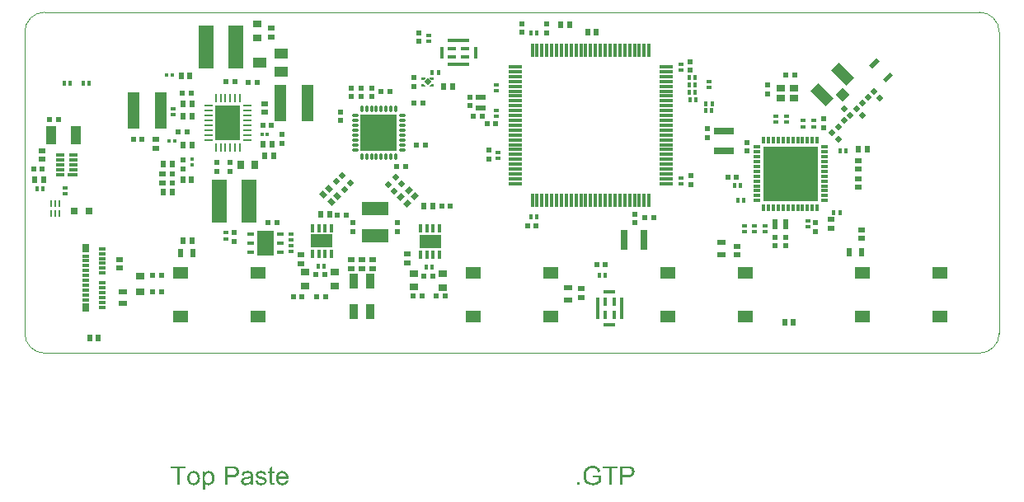
<source format=gtp>
G04*
G04 #@! TF.GenerationSoftware,Altium Limited,Altium Designer,24.2.2 (26)*
G04*
G04 Layer_Color=8421504*
%FSLAX43Y43*%
%MOMM*%
G71*
G04*
G04 #@! TF.SameCoordinates,5DB90D12-C1CB-46FC-8784-53B28312C21E*
G04*
G04*
G04 #@! TF.FilePolarity,Positive*
G04*
G01*
G75*
%ADD10C,0.100*%
%ADD11R,0.800X0.400*%
%ADD12R,1.750X2.500*%
%ADD13R,0.350X0.850*%
%ADD14R,2.200X1.400*%
%ADD15R,0.300X1.475*%
%ADD16R,1.475X0.300*%
%ADD17R,0.500X0.400*%
G04:AMPARAMS|DCode=18|XSize=0.4mm|YSize=1mm|CornerRadius=0mm|HoleSize=0mm|Usage=FLASHONLY|Rotation=315.000|XOffset=0mm|YOffset=0mm|HoleType=Round|Shape=Rectangle|*
%AMROTATEDRECTD18*
4,1,4,-0.495,-0.212,0.212,0.495,0.495,0.212,-0.212,-0.495,-0.495,-0.212,0.0*
%
%ADD18ROTATEDRECTD18*%

G04:AMPARAMS|DCode=19|XSize=0.56mm|YSize=0.51mm|CornerRadius=0mm|HoleSize=0mm|Usage=FLASHONLY|Rotation=225.000|XOffset=0mm|YOffset=0mm|HoleType=Round|Shape=Rectangle|*
%AMROTATEDRECTD19*
4,1,4,0.018,0.378,0.378,0.018,-0.018,-0.378,-0.378,-0.018,0.018,0.378,0.0*
%
%ADD19ROTATEDRECTD19*%

G04:AMPARAMS|DCode=20|XSize=0.7mm|YSize=0.51mm|CornerRadius=0mm|HoleSize=0mm|Usage=FLASHONLY|Rotation=225.000|XOffset=0mm|YOffset=0mm|HoleType=Round|Shape=Rectangle|*
%AMROTATEDRECTD20*
4,1,4,0.067,0.428,0.428,0.067,-0.067,-0.428,-0.428,-0.067,0.067,0.428,0.0*
%
%ADD20ROTATEDRECTD20*%

%ADD21R,0.560X0.510*%
%ADD22R,0.700X0.510*%
%ADD23R,0.510X0.700*%
%ADD24R,0.900X0.700*%
%ADD25R,0.400X0.500*%
%ADD26R,0.640X0.890*%
%ADD27R,0.890X0.640*%
%ADD28R,1.550X1.300*%
%ADD29R,1.400X1.000*%
%ADD30R,0.700X0.300*%
%ADD31R,0.700X0.900*%
%ADD32R,0.510X0.560*%
%ADD33R,0.900X0.550*%
%ADD34R,0.950X0.400*%
%ADD35R,0.350X1.300*%
%ADD36R,2.300X0.350*%
%ADD37R,0.400X0.950*%
%ADD38R,1.300X0.350*%
%ADD39R,0.350X2.300*%
%ADD40R,0.200X0.700*%
%ADD41R,1.000X0.500*%
%ADD42R,2.800X1.350*%
%ADD43R,3.700X3.700*%
%ADD44O,0.750X0.300*%
%ADD45O,0.300X0.750*%
%ADD46R,0.800X2.000*%
G04:AMPARAMS|DCode=47|XSize=0.7mm|YSize=0.51mm|CornerRadius=0mm|HoleSize=0mm|Usage=FLASHONLY|Rotation=135.000|XOffset=0mm|YOffset=0mm|HoleType=Round|Shape=Rectangle|*
%AMROTATEDRECTD47*
4,1,4,0.428,-0.067,0.067,-0.428,-0.428,0.067,-0.067,0.428,0.428,-0.067,0.0*
%
%ADD47ROTATEDRECTD47*%

G04:AMPARAMS|DCode=48|XSize=0.56mm|YSize=0.51mm|CornerRadius=0mm|HoleSize=0mm|Usage=FLASHONLY|Rotation=135.000|XOffset=0mm|YOffset=0mm|HoleType=Round|Shape=Rectangle|*
%AMROTATEDRECTD48*
4,1,4,0.378,-0.018,0.018,-0.378,-0.378,0.018,-0.018,0.378,0.378,-0.018,0.0*
%
%ADD48ROTATEDRECTD48*%

%ADD49R,2.650X3.650*%
%ADD50O,0.250X0.850*%
%ADD51O,0.850X0.250*%
%ADD52R,0.350X0.350*%
%ADD53R,1.200X3.700*%
%ADD54R,0.350X0.350*%
%ADD55R,1.500X4.400*%
%ADD56P,0.735X4X360.0*%
%ADD57R,0.900X1.500*%
%ADD58R,1.000X0.300*%
%ADD59R,0.850X0.300*%
%ADD60R,1.000X1.900*%
%ADD61R,0.300X0.750*%
%ADD62R,0.550X0.900*%
%ADD63P,1.414X4X90.0*%
G04:AMPARAMS|DCode=64|XSize=1.1mm|YSize=2.2mm|CornerRadius=0mm|HoleSize=0mm|Usage=FLASHONLY|Rotation=45.000|XOffset=0mm|YOffset=0mm|HoleType=Round|Shape=Rectangle|*
%AMROTATEDRECTD64*
4,1,4,0.389,-1.167,-1.167,0.389,-0.389,1.167,1.167,-0.389,0.389,-1.167,0.0*
%
%ADD64ROTATEDRECTD64*%

%ADD65R,0.800X0.800*%
%ADD66R,0.800X0.800*%
%ADD67R,0.500X1.000*%
%ADD68R,2.000X0.800*%
%ADD69R,0.950X0.800*%
%ADD70R,0.850X0.750*%
%ADD71R,5.600X5.600*%
%ADD72R,0.750X0.300*%
G36*
X41950Y28058D02*
X41740D01*
X41560Y28237D01*
Y28317D01*
X41950D01*
Y28058D01*
D02*
G37*
G36*
X41140Y28237D02*
X40960Y28058D01*
X40750D01*
Y28317D01*
X41140D01*
Y28237D01*
D02*
G37*
G36*
X41950Y27407D02*
X41560D01*
Y27487D01*
X41740Y27667D01*
X41950D01*
Y27407D01*
D02*
G37*
G36*
X41140Y27487D02*
Y27407D01*
X40750D01*
Y27667D01*
X40960D01*
X41140Y27487D01*
D02*
G37*
G36*
X58362Y-11586D02*
X58385D01*
X58437Y-11592D01*
X58496Y-11600D01*
X58557Y-11614D01*
X58623Y-11631D01*
X58687Y-11653D01*
X58690D01*
X58696Y-11656D01*
X58704Y-11658D01*
X58715Y-11664D01*
X58745Y-11681D01*
X58784Y-11700D01*
X58826Y-11728D01*
X58870Y-11761D01*
X58912Y-11797D01*
X58951Y-11842D01*
X58956Y-11847D01*
X58968Y-11864D01*
X58984Y-11889D01*
X59006Y-11925D01*
X59029Y-11969D01*
X59054Y-12025D01*
X59079Y-12086D01*
X59098Y-12155D01*
X58868Y-12216D01*
Y-12214D01*
X58865Y-12211D01*
X58862Y-12203D01*
X58859Y-12191D01*
X58851Y-12166D01*
X58840Y-12133D01*
X58823Y-12094D01*
X58804Y-12058D01*
X58784Y-12019D01*
X58759Y-11986D01*
X58757Y-11983D01*
X58748Y-11972D01*
X58732Y-11958D01*
X58712Y-11939D01*
X58687Y-11917D01*
X58654Y-11894D01*
X58618Y-11872D01*
X58576Y-11853D01*
X58571Y-11850D01*
X58557Y-11844D01*
X58532Y-11836D01*
X58498Y-11825D01*
X58460Y-11817D01*
X58415Y-11808D01*
X58365Y-11803D01*
X58312Y-11800D01*
X58282D01*
X58268Y-11803D01*
X58251D01*
X58210Y-11806D01*
X58162Y-11814D01*
X58110Y-11822D01*
X58060Y-11836D01*
X58010Y-11856D01*
X58004Y-11858D01*
X57988Y-11864D01*
X57965Y-11878D01*
X57938Y-11892D01*
X57904Y-11914D01*
X57868Y-11936D01*
X57835Y-11964D01*
X57804Y-11994D01*
X57802Y-11997D01*
X57790Y-12008D01*
X57777Y-12028D01*
X57760Y-12050D01*
X57740Y-12078D01*
X57721Y-12111D01*
X57702Y-12147D01*
X57682Y-12186D01*
Y-12189D01*
X57679Y-12194D01*
X57677Y-12203D01*
X57671Y-12216D01*
X57666Y-12233D01*
X57660Y-12253D01*
X57652Y-12275D01*
X57646Y-12300D01*
X57632Y-12358D01*
X57621Y-12425D01*
X57613Y-12494D01*
X57610Y-12572D01*
Y-12575D01*
Y-12583D01*
Y-12597D01*
X57613Y-12613D01*
Y-12636D01*
X57616Y-12663D01*
X57618Y-12691D01*
X57621Y-12722D01*
X57632Y-12791D01*
X57646Y-12863D01*
X57668Y-12935D01*
X57696Y-13005D01*
Y-13008D01*
X57702Y-13013D01*
X57704Y-13022D01*
X57713Y-13033D01*
X57732Y-13063D01*
X57763Y-13102D01*
X57799Y-13144D01*
X57843Y-13185D01*
X57896Y-13224D01*
X57954Y-13260D01*
X57957D01*
X57963Y-13263D01*
X57971Y-13269D01*
X57985Y-13274D01*
X57999Y-13280D01*
X58018Y-13285D01*
X58063Y-13302D01*
X58118Y-13316D01*
X58179Y-13330D01*
X58246Y-13341D01*
X58315Y-13344D01*
X58343D01*
X58360Y-13341D01*
X58376D01*
X58418Y-13335D01*
X58468Y-13330D01*
X58521Y-13319D01*
X58579Y-13302D01*
X58637Y-13283D01*
X58640D01*
X58646Y-13280D01*
X58651Y-13277D01*
X58662Y-13271D01*
X58693Y-13258D01*
X58726Y-13241D01*
X58765Y-13221D01*
X58807Y-13199D01*
X58845Y-13174D01*
X58879Y-13146D01*
Y-12786D01*
X58312D01*
Y-12558D01*
X59129D01*
Y-13271D01*
X59126Y-13274D01*
X59120Y-13277D01*
X59109Y-13285D01*
X59095Y-13296D01*
X59079Y-13307D01*
X59059Y-13321D01*
X59034Y-13338D01*
X59009Y-13355D01*
X58951Y-13391D01*
X58884Y-13430D01*
X58815Y-13466D01*
X58740Y-13496D01*
X58737D01*
X58732Y-13499D01*
X58721Y-13502D01*
X58707Y-13507D01*
X58687Y-13513D01*
X58665Y-13521D01*
X58640Y-13527D01*
X58615Y-13532D01*
X58554Y-13546D01*
X58485Y-13560D01*
X58410Y-13568D01*
X58332Y-13571D01*
X58304D01*
X58285Y-13568D01*
X58260D01*
X58229Y-13566D01*
X58196Y-13560D01*
X58160Y-13557D01*
X58079Y-13541D01*
X57993Y-13521D01*
X57904Y-13491D01*
X57860Y-13474D01*
X57815Y-13452D01*
X57813Y-13449D01*
X57804Y-13446D01*
X57793Y-13438D01*
X57777Y-13430D01*
X57757Y-13416D01*
X57738Y-13402D01*
X57685Y-13363D01*
X57629Y-13313D01*
X57571Y-13252D01*
X57516Y-13183D01*
X57466Y-13102D01*
Y-13099D01*
X57460Y-13091D01*
X57455Y-13080D01*
X57446Y-13060D01*
X57438Y-13041D01*
X57430Y-13013D01*
X57418Y-12985D01*
X57407Y-12952D01*
X57396Y-12916D01*
X57385Y-12874D01*
X57377Y-12833D01*
X57368Y-12788D01*
X57355Y-12691D01*
X57349Y-12588D01*
Y-12586D01*
Y-12575D01*
Y-12561D01*
X57352Y-12541D01*
Y-12516D01*
X57355Y-12486D01*
X57360Y-12455D01*
X57363Y-12419D01*
X57371Y-12380D01*
X57377Y-12339D01*
X57399Y-12250D01*
X57427Y-12158D01*
X57466Y-12067D01*
X57468Y-12064D01*
X57471Y-12055D01*
X57477Y-12044D01*
X57488Y-12028D01*
X57499Y-12005D01*
X57513Y-11983D01*
X57552Y-11930D01*
X57599Y-11869D01*
X57657Y-11811D01*
X57724Y-11753D01*
X57763Y-11728D01*
X57802Y-11703D01*
X57804Y-11700D01*
X57813Y-11697D01*
X57824Y-11692D01*
X57840Y-11683D01*
X57863Y-11675D01*
X57888Y-11664D01*
X57915Y-11653D01*
X57949Y-11642D01*
X57985Y-11631D01*
X58024Y-11622D01*
X58065Y-11611D01*
X58110Y-11603D01*
X58207Y-11589D01*
X58257Y-11583D01*
X58346D01*
X58362Y-11586D01*
D02*
G37*
G36*
X18904Y-12118D02*
X18919D01*
X18939Y-12121D01*
X18982Y-12128D01*
X19029Y-12138D01*
X19084Y-12156D01*
X19137Y-12178D01*
X19189Y-12208D01*
X19192D01*
X19194Y-12213D01*
X19202Y-12218D01*
X19212Y-12226D01*
X19237Y-12246D01*
X19267Y-12276D01*
X19299Y-12313D01*
X19334Y-12356D01*
X19367Y-12408D01*
X19397Y-12468D01*
Y-12471D01*
X19399Y-12476D01*
X19404Y-12486D01*
X19407Y-12498D01*
X19414Y-12513D01*
X19419Y-12531D01*
X19424Y-12553D01*
X19432Y-12576D01*
X19444Y-12631D01*
X19457Y-12691D01*
X19464Y-12761D01*
X19467Y-12833D01*
Y-12836D01*
Y-12843D01*
Y-12853D01*
Y-12868D01*
X19464Y-12888D01*
X19462Y-12911D01*
X19459Y-12933D01*
X19457Y-12961D01*
X19447Y-13021D01*
X19434Y-13086D01*
X19414Y-13153D01*
X19389Y-13218D01*
Y-13220D01*
X19387Y-13226D01*
X19382Y-13233D01*
X19374Y-13245D01*
X19367Y-13260D01*
X19357Y-13275D01*
X19332Y-13313D01*
X19299Y-13355D01*
X19262Y-13400D01*
X19217Y-13440D01*
X19164Y-13478D01*
X19162D01*
X19157Y-13483D01*
X19149Y-13485D01*
X19139Y-13493D01*
X19127Y-13498D01*
X19109Y-13505D01*
X19072Y-13523D01*
X19027Y-13540D01*
X18974Y-13553D01*
X18917Y-13563D01*
X18857Y-13568D01*
X18837D01*
X18814Y-13565D01*
X18787Y-13560D01*
X18754Y-13555D01*
X18717Y-13548D01*
X18682Y-13535D01*
X18644Y-13518D01*
X18639Y-13515D01*
X18629Y-13508D01*
X18612Y-13498D01*
X18592Y-13483D01*
X18567Y-13465D01*
X18542Y-13443D01*
X18517Y-13420D01*
X18492Y-13393D01*
Y-14070D01*
X18257D01*
Y-12146D01*
X18472D01*
Y-12328D01*
X18474Y-12323D01*
X18484Y-12311D01*
X18502Y-12293D01*
X18522Y-12268D01*
X18547Y-12243D01*
X18574Y-12218D01*
X18607Y-12193D01*
X18642Y-12171D01*
X18647Y-12168D01*
X18659Y-12163D01*
X18679Y-12153D01*
X18707Y-12143D01*
X18742Y-12133D01*
X18782Y-12123D01*
X18827Y-12118D01*
X18874Y-12116D01*
X18892D01*
X18904Y-12118D01*
D02*
G37*
G36*
X24275D02*
X24290D01*
X24330Y-12121D01*
X24373Y-12128D01*
X24423Y-12136D01*
X24470Y-12148D01*
X24518Y-12163D01*
X24520D01*
X24523Y-12166D01*
X24538Y-12171D01*
X24560Y-12183D01*
X24588Y-12198D01*
X24618Y-12216D01*
X24648Y-12238D01*
X24678Y-12263D01*
X24703Y-12293D01*
X24705Y-12296D01*
X24713Y-12308D01*
X24723Y-12326D01*
X24735Y-12351D01*
X24750Y-12381D01*
X24763Y-12416D01*
X24775Y-12458D01*
X24785Y-12506D01*
X24555Y-12538D01*
Y-12533D01*
X24550Y-12521D01*
X24545Y-12501D01*
X24538Y-12478D01*
X24525Y-12451D01*
X24508Y-12423D01*
X24488Y-12398D01*
X24463Y-12373D01*
X24460Y-12371D01*
X24448Y-12363D01*
X24433Y-12353D01*
X24408Y-12341D01*
X24378Y-12331D01*
X24340Y-12321D01*
X24298Y-12313D01*
X24248Y-12311D01*
X24220D01*
X24193Y-12313D01*
X24158Y-12318D01*
X24120Y-12323D01*
X24080Y-12333D01*
X24045Y-12348D01*
X24015Y-12366D01*
X24013Y-12368D01*
X24005Y-12376D01*
X23993Y-12386D01*
X23983Y-12401D01*
X23970Y-12418D01*
X23958Y-12441D01*
X23950Y-12463D01*
X23948Y-12491D01*
Y-12493D01*
Y-12498D01*
X23950Y-12506D01*
Y-12518D01*
X23960Y-12543D01*
X23965Y-12558D01*
X23975Y-12573D01*
X23978Y-12576D01*
X23980Y-12578D01*
X23988Y-12586D01*
X23998Y-12596D01*
X24010Y-12606D01*
X24025Y-12616D01*
X24045Y-12626D01*
X24065Y-12636D01*
X24068D01*
X24073Y-12638D01*
X24085Y-12643D01*
X24105Y-12648D01*
X24133Y-12656D01*
X24150Y-12661D01*
X24170Y-12666D01*
X24193Y-12673D01*
X24218Y-12678D01*
X24245Y-12688D01*
X24275Y-12696D01*
X24278D01*
X24285Y-12698D01*
X24300Y-12701D01*
X24315Y-12706D01*
X24335Y-12713D01*
X24360Y-12718D01*
X24413Y-12733D01*
X24470Y-12751D01*
X24528Y-12768D01*
X24580Y-12786D01*
X24603Y-12796D01*
X24623Y-12803D01*
X24628Y-12806D01*
X24640Y-12811D01*
X24658Y-12821D01*
X24680Y-12836D01*
X24705Y-12853D01*
X24730Y-12873D01*
X24758Y-12898D01*
X24780Y-12928D01*
X24783Y-12931D01*
X24790Y-12943D01*
X24798Y-12961D01*
X24810Y-12983D01*
X24820Y-13013D01*
X24828Y-13046D01*
X24835Y-13086D01*
X24838Y-13128D01*
Y-13131D01*
Y-13133D01*
Y-13148D01*
X24835Y-13171D01*
X24830Y-13200D01*
X24820Y-13236D01*
X24808Y-13273D01*
X24790Y-13313D01*
X24768Y-13353D01*
X24765Y-13358D01*
X24755Y-13370D01*
X24738Y-13388D01*
X24718Y-13410D01*
X24688Y-13438D01*
X24653Y-13463D01*
X24613Y-13490D01*
X24568Y-13513D01*
X24565D01*
X24563Y-13515D01*
X24555Y-13518D01*
X24545Y-13520D01*
X24518Y-13530D01*
X24483Y-13540D01*
X24440Y-13550D01*
X24390Y-13560D01*
X24335Y-13565D01*
X24275Y-13568D01*
X24250D01*
X24230Y-13565D01*
X24208D01*
X24183Y-13563D01*
X24153Y-13558D01*
X24120Y-13553D01*
X24055Y-13540D01*
X23985Y-13520D01*
X23920Y-13493D01*
X23888Y-13478D01*
X23860Y-13458D01*
X23858Y-13455D01*
X23855Y-13453D01*
X23848Y-13445D01*
X23838Y-13438D01*
X23825Y-13425D01*
X23813Y-13410D01*
X23800Y-13393D01*
X23785Y-13373D01*
X23770Y-13350D01*
X23753Y-13325D01*
X23738Y-13298D01*
X23725Y-13268D01*
X23710Y-13236D01*
X23698Y-13200D01*
X23688Y-13163D01*
X23680Y-13123D01*
X23913Y-13086D01*
Y-13088D01*
Y-13091D01*
X23915Y-13098D01*
X23918Y-13108D01*
X23923Y-13133D01*
X23933Y-13166D01*
X23948Y-13200D01*
X23965Y-13236D01*
X23990Y-13270D01*
X24020Y-13300D01*
X24025Y-13303D01*
X24038Y-13310D01*
X24058Y-13323D01*
X24085Y-13335D01*
X24123Y-13350D01*
X24165Y-13360D01*
X24215Y-13370D01*
X24273Y-13373D01*
X24300D01*
X24328Y-13370D01*
X24365Y-13365D01*
X24403Y-13358D01*
X24443Y-13345D01*
X24483Y-13330D01*
X24515Y-13308D01*
X24518Y-13305D01*
X24528Y-13295D01*
X24540Y-13283D01*
X24555Y-13263D01*
X24570Y-13240D01*
X24583Y-13215D01*
X24593Y-13186D01*
X24595Y-13153D01*
Y-13151D01*
Y-13141D01*
X24593Y-13126D01*
X24588Y-13108D01*
X24578Y-13088D01*
X24565Y-13068D01*
X24548Y-13048D01*
X24525Y-13028D01*
X24523Y-13026D01*
X24515Y-13023D01*
X24500Y-13016D01*
X24475Y-13008D01*
X24460Y-13001D01*
X24445Y-12996D01*
X24425Y-12991D01*
X24403Y-12983D01*
X24378Y-12976D01*
X24348Y-12968D01*
X24318Y-12958D01*
X24283Y-12951D01*
X24280D01*
X24270Y-12948D01*
X24258Y-12943D01*
X24240Y-12938D01*
X24220Y-12933D01*
X24195Y-12926D01*
X24140Y-12911D01*
X24080Y-12893D01*
X24020Y-12873D01*
X23993Y-12863D01*
X23968Y-12853D01*
X23943Y-12846D01*
X23923Y-12836D01*
X23918Y-12833D01*
X23905Y-12826D01*
X23888Y-12816D01*
X23865Y-12801D01*
X23843Y-12783D01*
X23815Y-12761D01*
X23793Y-12736D01*
X23770Y-12706D01*
X23768Y-12701D01*
X23763Y-12691D01*
X23755Y-12673D01*
X23745Y-12651D01*
X23735Y-12623D01*
X23728Y-12591D01*
X23723Y-12556D01*
X23720Y-12518D01*
Y-12513D01*
Y-12503D01*
X23723Y-12486D01*
X23725Y-12461D01*
X23730Y-12436D01*
X23738Y-12406D01*
X23748Y-12376D01*
X23763Y-12346D01*
X23765Y-12343D01*
X23770Y-12333D01*
X23780Y-12318D01*
X23793Y-12298D01*
X23810Y-12278D01*
X23830Y-12256D01*
X23853Y-12233D01*
X23878Y-12213D01*
X23880Y-12211D01*
X23888Y-12206D01*
X23900Y-12198D01*
X23918Y-12191D01*
X23938Y-12178D01*
X23965Y-12168D01*
X23995Y-12156D01*
X24028Y-12146D01*
X24033Y-12143D01*
X24045Y-12141D01*
X24063Y-12136D01*
X24090Y-12131D01*
X24120Y-12126D01*
X24155Y-12121D01*
X24193Y-12116D01*
X24260D01*
X24275Y-12118D01*
D02*
G37*
G36*
X61974Y-11620D02*
X62021Y-11622D01*
X62071Y-11625D01*
X62119Y-11631D01*
X62160Y-11636D01*
X62166D01*
X62185Y-11642D01*
X62210Y-11647D01*
X62244Y-11656D01*
X62280Y-11670D01*
X62318Y-11686D01*
X62360Y-11706D01*
X62396Y-11728D01*
X62402Y-11731D01*
X62413Y-11739D01*
X62430Y-11756D01*
X62452Y-11775D01*
X62477Y-11800D01*
X62502Y-11833D01*
X62529Y-11869D01*
X62552Y-11911D01*
X62554Y-11917D01*
X62560Y-11930D01*
X62571Y-11955D01*
X62582Y-11989D01*
X62591Y-12028D01*
X62602Y-12072D01*
X62607Y-12122D01*
X62610Y-12175D01*
Y-12178D01*
Y-12186D01*
Y-12197D01*
X62607Y-12216D01*
X62604Y-12236D01*
X62602Y-12261D01*
X62596Y-12289D01*
X62591Y-12319D01*
X62571Y-12383D01*
X62560Y-12416D01*
X62543Y-12452D01*
X62524Y-12489D01*
X62504Y-12522D01*
X62479Y-12555D01*
X62452Y-12588D01*
X62449Y-12591D01*
X62443Y-12597D01*
X62435Y-12605D01*
X62421Y-12613D01*
X62405Y-12627D01*
X62382Y-12641D01*
X62355Y-12658D01*
X62324Y-12672D01*
X62288Y-12688D01*
X62246Y-12705D01*
X62202Y-12719D01*
X62149Y-12730D01*
X62094Y-12741D01*
X62033Y-12749D01*
X61963Y-12755D01*
X61891Y-12758D01*
X61400D01*
Y-13538D01*
X61144D01*
Y-11617D01*
X61933D01*
X61974Y-11620D01*
D02*
G37*
G36*
X60880Y-11844D02*
X60247D01*
Y-13538D01*
X59992D01*
Y-11844D01*
X59359D01*
Y-11617D01*
X60880D01*
Y-11844D01*
D02*
G37*
G36*
X56974Y-13538D02*
X56705D01*
Y-13269D01*
X56974D01*
Y-13538D01*
D02*
G37*
G36*
X22933Y-12118D02*
X22973Y-12121D01*
X23018Y-12126D01*
X23068Y-12133D01*
X23113Y-12143D01*
X23158Y-12158D01*
X23161D01*
X23163Y-12161D01*
X23176Y-12166D01*
X23196Y-12176D01*
X23221Y-12188D01*
X23248Y-12203D01*
X23276Y-12221D01*
X23301Y-12243D01*
X23323Y-12266D01*
X23326Y-12268D01*
X23331Y-12276D01*
X23341Y-12291D01*
X23353Y-12308D01*
X23366Y-12331D01*
X23378Y-12358D01*
X23388Y-12388D01*
X23398Y-12423D01*
Y-12426D01*
X23401Y-12436D01*
X23403Y-12451D01*
X23406Y-12473D01*
Y-12503D01*
X23408Y-12541D01*
X23411Y-12586D01*
Y-12641D01*
Y-12956D01*
Y-12958D01*
Y-12971D01*
Y-12986D01*
Y-13008D01*
Y-13033D01*
Y-13063D01*
Y-13096D01*
X23413Y-13131D01*
Y-13200D01*
X23416Y-13268D01*
X23418Y-13300D01*
Y-13328D01*
X23421Y-13350D01*
X23423Y-13370D01*
Y-13375D01*
X23426Y-13385D01*
X23431Y-13403D01*
X23436Y-13423D01*
X23446Y-13450D01*
X23456Y-13478D01*
X23468Y-13508D01*
X23483Y-13538D01*
X23236D01*
X23233Y-13535D01*
X23231Y-13525D01*
X23223Y-13510D01*
X23218Y-13488D01*
X23208Y-13463D01*
X23203Y-13433D01*
X23196Y-13400D01*
X23191Y-13363D01*
X23188D01*
X23186Y-13368D01*
X23178Y-13373D01*
X23168Y-13380D01*
X23143Y-13400D01*
X23108Y-13425D01*
X23071Y-13450D01*
X23028Y-13478D01*
X22981Y-13503D01*
X22936Y-13523D01*
X22933D01*
X22931Y-13525D01*
X22923Y-13528D01*
X22916Y-13530D01*
X22891Y-13538D01*
X22858Y-13545D01*
X22821Y-13553D01*
X22776Y-13560D01*
X22728Y-13565D01*
X22678Y-13568D01*
X22656D01*
X22641Y-13565D01*
X22621D01*
X22598Y-13563D01*
X22548Y-13553D01*
X22491Y-13540D01*
X22433Y-13520D01*
X22376Y-13493D01*
X22351Y-13478D01*
X22326Y-13458D01*
X22323Y-13455D01*
X22321Y-13453D01*
X22306Y-13438D01*
X22288Y-13413D01*
X22266Y-13380D01*
X22243Y-13338D01*
X22223Y-13290D01*
X22208Y-13236D01*
X22206Y-13205D01*
X22203Y-13173D01*
Y-13168D01*
Y-13156D01*
X22206Y-13136D01*
X22208Y-13111D01*
X22213Y-13083D01*
X22223Y-13051D01*
X22233Y-13018D01*
X22248Y-12986D01*
X22251Y-12981D01*
X22256Y-12971D01*
X22268Y-12956D01*
X22281Y-12936D01*
X22298Y-12916D01*
X22321Y-12893D01*
X22343Y-12871D01*
X22371Y-12851D01*
X22373Y-12848D01*
X22383Y-12843D01*
X22401Y-12833D01*
X22421Y-12821D01*
X22446Y-12808D01*
X22473Y-12796D01*
X22506Y-12783D01*
X22541Y-12773D01*
X22543D01*
X22553Y-12771D01*
X22571Y-12766D01*
X22593Y-12763D01*
X22623Y-12756D01*
X22658Y-12751D01*
X22701Y-12746D01*
X22751Y-12738D01*
X22753D01*
X22763Y-12736D01*
X22778D01*
X22798Y-12731D01*
X22821Y-12728D01*
X22848Y-12726D01*
X22878Y-12721D01*
X22911Y-12716D01*
X22978Y-12703D01*
X23048Y-12688D01*
X23113Y-12673D01*
X23143Y-12663D01*
X23171Y-12656D01*
Y-12653D01*
Y-12648D01*
Y-12641D01*
X23173Y-12631D01*
Y-12611D01*
Y-12601D01*
Y-12596D01*
Y-12593D01*
Y-12588D01*
Y-12581D01*
Y-12573D01*
X23171Y-12546D01*
X23166Y-12516D01*
X23156Y-12481D01*
X23146Y-12448D01*
X23128Y-12416D01*
X23106Y-12391D01*
X23101Y-12388D01*
X23088Y-12378D01*
X23068Y-12366D01*
X23038Y-12351D01*
X22998Y-12336D01*
X22953Y-12323D01*
X22898Y-12313D01*
X22836Y-12311D01*
X22808D01*
X22778Y-12313D01*
X22743Y-12318D01*
X22701Y-12326D01*
X22661Y-12336D01*
X22621Y-12351D01*
X22588Y-12371D01*
X22586Y-12373D01*
X22576Y-12381D01*
X22561Y-12396D01*
X22546Y-12418D01*
X22526Y-12446D01*
X22508Y-12481D01*
X22488Y-12526D01*
X22473Y-12576D01*
X22243Y-12543D01*
Y-12541D01*
X22246Y-12536D01*
Y-12528D01*
X22248Y-12518D01*
X22256Y-12491D01*
X22268Y-12458D01*
X22281Y-12421D01*
X22298Y-12381D01*
X22321Y-12341D01*
X22346Y-12306D01*
X22348Y-12301D01*
X22358Y-12291D01*
X22376Y-12276D01*
X22398Y-12253D01*
X22428Y-12231D01*
X22463Y-12208D01*
X22506Y-12186D01*
X22553Y-12166D01*
X22556D01*
X22561Y-12163D01*
X22568Y-12161D01*
X22578Y-12158D01*
X22591Y-12153D01*
X22606Y-12151D01*
X22646Y-12141D01*
X22691Y-12131D01*
X22746Y-12123D01*
X22806Y-12118D01*
X22871Y-12116D01*
X22916D01*
X22933Y-12118D01*
D02*
G37*
G36*
X21356Y-11618D02*
X21401Y-11621D01*
X21451Y-11623D01*
X21499Y-11628D01*
X21539Y-11636D01*
X21546D01*
X21551Y-11638D01*
X21561Y-11641D01*
X21588Y-11646D01*
X21621Y-11656D01*
X21658Y-11668D01*
X21696Y-11683D01*
X21736Y-11703D01*
X21773Y-11726D01*
X21778Y-11728D01*
X21788Y-11738D01*
X21808Y-11753D01*
X21828Y-11773D01*
X21853Y-11798D01*
X21881Y-11831D01*
X21906Y-11868D01*
X21928Y-11911D01*
Y-11913D01*
X21931Y-11916D01*
X21933Y-11923D01*
X21938Y-11931D01*
X21948Y-11956D01*
X21958Y-11988D01*
X21968Y-12028D01*
X21978Y-12073D01*
X21986Y-12121D01*
X21988Y-12173D01*
Y-12176D01*
Y-12183D01*
Y-12196D01*
X21986Y-12213D01*
X21983Y-12236D01*
X21981Y-12261D01*
X21976Y-12288D01*
X21968Y-12316D01*
X21951Y-12383D01*
X21938Y-12416D01*
X21921Y-12451D01*
X21903Y-12486D01*
X21883Y-12521D01*
X21858Y-12556D01*
X21831Y-12588D01*
X21828Y-12591D01*
X21823Y-12596D01*
X21813Y-12603D01*
X21801Y-12616D01*
X21783Y-12628D01*
X21761Y-12641D01*
X21733Y-12658D01*
X21703Y-12673D01*
X21666Y-12688D01*
X21626Y-12703D01*
X21579Y-12718D01*
X21529Y-12731D01*
X21471Y-12743D01*
X21409Y-12751D01*
X21341Y-12756D01*
X21269Y-12758D01*
X20779D01*
Y-13538D01*
X20524D01*
Y-11616D01*
X21314D01*
X21356Y-11618D01*
D02*
G37*
G36*
X16530Y-11843D02*
X15897D01*
Y-13538D01*
X15643D01*
Y-11843D01*
X15010D01*
Y-11616D01*
X16530D01*
Y-11843D01*
D02*
G37*
G36*
X25393Y-12146D02*
X25630D01*
Y-12328D01*
X25393D01*
Y-13143D01*
Y-13148D01*
Y-13161D01*
Y-13178D01*
X25395Y-13198D01*
Y-13220D01*
X25398Y-13243D01*
X25400Y-13260D01*
X25403Y-13275D01*
X25405Y-13280D01*
X25413Y-13290D01*
X25425Y-13305D01*
X25443Y-13320D01*
X25445D01*
X25448Y-13323D01*
X25455Y-13325D01*
X25465Y-13328D01*
X25490Y-13333D01*
X25525Y-13335D01*
X25552D01*
X25567Y-13333D01*
X25587D01*
X25607Y-13330D01*
X25630Y-13328D01*
X25662Y-13535D01*
X25657D01*
X25645Y-13538D01*
X25627Y-13540D01*
X25602Y-13545D01*
X25575Y-13548D01*
X25545Y-13553D01*
X25483Y-13555D01*
X25463D01*
X25438Y-13553D01*
X25410Y-13550D01*
X25378Y-13545D01*
X25345Y-13538D01*
X25313Y-13528D01*
X25285Y-13515D01*
X25283Y-13513D01*
X25273Y-13508D01*
X25263Y-13500D01*
X25248Y-13488D01*
X25230Y-13473D01*
X25213Y-13453D01*
X25198Y-13433D01*
X25185Y-13410D01*
Y-13408D01*
X25180Y-13395D01*
X25178Y-13378D01*
X25173Y-13350D01*
X25170Y-13333D01*
X25168Y-13313D01*
X25165Y-13290D01*
X25163Y-13263D01*
X25160Y-13236D01*
Y-13203D01*
X25158Y-13168D01*
Y-13131D01*
Y-12328D01*
X24983D01*
Y-12146D01*
X25158D01*
Y-11803D01*
X25393Y-11661D01*
Y-12146D01*
D02*
G37*
G36*
X26477Y-12118D02*
X26500Y-12121D01*
X26527Y-12126D01*
X26560Y-12131D01*
X26592Y-12138D01*
X26627Y-12148D01*
X26665Y-12163D01*
X26702Y-12178D01*
X26740Y-12196D01*
X26780Y-12218D01*
X26817Y-12243D01*
X26852Y-12273D01*
X26887Y-12306D01*
X26890Y-12308D01*
X26895Y-12316D01*
X26905Y-12326D01*
X26915Y-12341D01*
X26927Y-12361D01*
X26942Y-12383D01*
X26960Y-12411D01*
X26977Y-12443D01*
X26992Y-12481D01*
X27010Y-12521D01*
X27025Y-12563D01*
X27037Y-12611D01*
X27047Y-12663D01*
X27057Y-12718D01*
X27062Y-12778D01*
X27065Y-12841D01*
Y-12846D01*
Y-12856D01*
Y-12876D01*
X27062Y-12903D01*
X26025D01*
Y-12906D01*
Y-12913D01*
X26027Y-12926D01*
X26030Y-12941D01*
X26032Y-12961D01*
X26035Y-12983D01*
X26045Y-13033D01*
X26062Y-13091D01*
X26085Y-13148D01*
X26115Y-13203D01*
X26132Y-13228D01*
X26152Y-13253D01*
X26155Y-13255D01*
X26157Y-13258D01*
X26165Y-13263D01*
X26172Y-13270D01*
X26200Y-13290D01*
X26232Y-13313D01*
X26275Y-13335D01*
X26325Y-13353D01*
X26382Y-13368D01*
X26412Y-13370D01*
X26445Y-13373D01*
X26467D01*
X26490Y-13370D01*
X26522Y-13365D01*
X26555Y-13355D01*
X26592Y-13345D01*
X26630Y-13328D01*
X26665Y-13305D01*
X26670Y-13303D01*
X26680Y-13293D01*
X26697Y-13275D01*
X26717Y-13253D01*
X26740Y-13223D01*
X26765Y-13183D01*
X26790Y-13138D01*
X26810Y-13086D01*
X27055Y-13118D01*
Y-13121D01*
X27052Y-13128D01*
X27050Y-13138D01*
X27042Y-13153D01*
X27037Y-13171D01*
X27027Y-13193D01*
X27007Y-13240D01*
X26977Y-13293D01*
X26940Y-13348D01*
X26895Y-13403D01*
X26842Y-13450D01*
X26840D01*
X26835Y-13455D01*
X26827Y-13460D01*
X26815Y-13468D01*
X26800Y-13478D01*
X26780Y-13488D01*
X26760Y-13498D01*
X26735Y-13508D01*
X26707Y-13520D01*
X26677Y-13530D01*
X26645Y-13540D01*
X26610Y-13550D01*
X26532Y-13563D01*
X26490Y-13565D01*
X26445Y-13568D01*
X26432D01*
X26415Y-13565D01*
X26395D01*
X26370Y-13563D01*
X26340Y-13558D01*
X26305Y-13553D01*
X26270Y-13545D01*
X26232Y-13535D01*
X26192Y-13523D01*
X26152Y-13508D01*
X26112Y-13488D01*
X26072Y-13468D01*
X26032Y-13443D01*
X25995Y-13413D01*
X25960Y-13380D01*
X25957Y-13378D01*
X25952Y-13370D01*
X25942Y-13360D01*
X25932Y-13345D01*
X25920Y-13325D01*
X25905Y-13303D01*
X25887Y-13275D01*
X25872Y-13245D01*
X25855Y-13208D01*
X25837Y-13171D01*
X25822Y-13126D01*
X25810Y-13081D01*
X25800Y-13028D01*
X25790Y-12976D01*
X25785Y-12918D01*
X25782Y-12856D01*
Y-12851D01*
Y-12841D01*
X25785Y-12821D01*
Y-12798D01*
X25787Y-12768D01*
X25792Y-12733D01*
X25797Y-12696D01*
X25805Y-12656D01*
X25815Y-12613D01*
X25827Y-12568D01*
X25840Y-12523D01*
X25857Y-12478D01*
X25880Y-12433D01*
X25902Y-12388D01*
X25930Y-12348D01*
X25962Y-12311D01*
X25965Y-12308D01*
X25970Y-12303D01*
X25980Y-12293D01*
X25995Y-12281D01*
X26012Y-12266D01*
X26035Y-12248D01*
X26060Y-12231D01*
X26087Y-12213D01*
X26120Y-12196D01*
X26155Y-12178D01*
X26195Y-12161D01*
X26235Y-12146D01*
X26280Y-12133D01*
X26327Y-12123D01*
X26377Y-12118D01*
X26430Y-12116D01*
X26457D01*
X26477Y-12118D01*
D02*
G37*
G36*
X17375D02*
X17400Y-12121D01*
X17427Y-12126D01*
X17460Y-12131D01*
X17495Y-12138D01*
X17530Y-12148D01*
X17567Y-12163D01*
X17607Y-12178D01*
X17647Y-12196D01*
X17687Y-12218D01*
X17724Y-12243D01*
X17762Y-12273D01*
X17797Y-12306D01*
X17799Y-12308D01*
X17804Y-12313D01*
X17814Y-12326D01*
X17824Y-12341D01*
X17839Y-12358D01*
X17854Y-12383D01*
X17872Y-12411D01*
X17889Y-12441D01*
X17904Y-12476D01*
X17922Y-12513D01*
X17937Y-12556D01*
X17952Y-12603D01*
X17962Y-12653D01*
X17972Y-12706D01*
X17977Y-12763D01*
X17979Y-12823D01*
Y-12826D01*
Y-12836D01*
Y-12848D01*
Y-12868D01*
X17977Y-12891D01*
X17974Y-12916D01*
X17972Y-12946D01*
X17969Y-12976D01*
X17959Y-13043D01*
X17944Y-13113D01*
X17924Y-13183D01*
X17912Y-13215D01*
X17897Y-13245D01*
Y-13248D01*
X17894Y-13253D01*
X17889Y-13260D01*
X17882Y-13270D01*
X17864Y-13298D01*
X17837Y-13333D01*
X17804Y-13370D01*
X17764Y-13410D01*
X17717Y-13448D01*
X17662Y-13483D01*
X17660D01*
X17655Y-13485D01*
X17647Y-13490D01*
X17635Y-13495D01*
X17622Y-13503D01*
X17605Y-13510D01*
X17562Y-13525D01*
X17515Y-13540D01*
X17457Y-13555D01*
X17395Y-13565D01*
X17327Y-13568D01*
X17315D01*
X17300Y-13565D01*
X17280D01*
X17255Y-13563D01*
X17227Y-13558D01*
X17195Y-13553D01*
X17160Y-13545D01*
X17122Y-13535D01*
X17085Y-13523D01*
X17047Y-13508D01*
X17007Y-13490D01*
X16967Y-13468D01*
X16930Y-13443D01*
X16892Y-13415D01*
X16857Y-13383D01*
X16855Y-13380D01*
X16850Y-13373D01*
X16840Y-13363D01*
X16830Y-13348D01*
X16815Y-13328D01*
X16800Y-13305D01*
X16785Y-13278D01*
X16767Y-13245D01*
X16750Y-13208D01*
X16735Y-13168D01*
X16720Y-13126D01*
X16705Y-13076D01*
X16695Y-13023D01*
X16685Y-12968D01*
X16680Y-12908D01*
X16677Y-12843D01*
Y-12838D01*
Y-12826D01*
X16680Y-12806D01*
Y-12781D01*
X16685Y-12748D01*
X16690Y-12711D01*
X16695Y-12671D01*
X16705Y-12628D01*
X16715Y-12581D01*
X16730Y-12533D01*
X16747Y-12486D01*
X16767Y-12438D01*
X16792Y-12393D01*
X16820Y-12348D01*
X16852Y-12308D01*
X16890Y-12271D01*
X16892Y-12268D01*
X16897Y-12263D01*
X16907Y-12256D01*
X16922Y-12246D01*
X16940Y-12236D01*
X16960Y-12221D01*
X16985Y-12208D01*
X17012Y-12193D01*
X17042Y-12178D01*
X17075Y-12166D01*
X17112Y-12151D01*
X17150Y-12141D01*
X17192Y-12131D01*
X17235Y-12123D01*
X17280Y-12118D01*
X17327Y-12116D01*
X17355D01*
X17375Y-12118D01*
D02*
G37*
%LPC*%
G36*
X18852Y-12301D02*
X18837D01*
X18827Y-12303D01*
X18797Y-12308D01*
X18762Y-12318D01*
X18719Y-12336D01*
X18697Y-12346D01*
X18674Y-12361D01*
X18652Y-12378D01*
X18629Y-12396D01*
X18607Y-12418D01*
X18584Y-12443D01*
Y-12446D01*
X18579Y-12451D01*
X18574Y-12458D01*
X18567Y-12468D01*
X18557Y-12483D01*
X18547Y-12501D01*
X18537Y-12523D01*
X18527Y-12546D01*
X18517Y-12573D01*
X18507Y-12603D01*
X18497Y-12638D01*
X18487Y-12673D01*
X18479Y-12713D01*
X18474Y-12756D01*
X18472Y-12803D01*
X18469Y-12851D01*
Y-12853D01*
Y-12863D01*
Y-12876D01*
X18472Y-12893D01*
Y-12916D01*
X18474Y-12943D01*
X18479Y-12971D01*
X18482Y-13001D01*
X18497Y-13066D01*
X18514Y-13131D01*
X18542Y-13193D01*
X18557Y-13220D01*
X18577Y-13245D01*
X18579Y-13248D01*
X18582Y-13250D01*
X18597Y-13265D01*
X18619Y-13285D01*
X18652Y-13308D01*
X18689Y-13333D01*
X18734Y-13353D01*
X18787Y-13368D01*
X18814Y-13370D01*
X18842Y-13373D01*
X18857D01*
X18869Y-13370D01*
X18882Y-13368D01*
X18897Y-13365D01*
X18934Y-13355D01*
X18977Y-13340D01*
X19022Y-13318D01*
X19044Y-13303D01*
X19067Y-13283D01*
X19089Y-13263D01*
X19112Y-13240D01*
X19114Y-13238D01*
X19117Y-13233D01*
X19122Y-13226D01*
X19129Y-13215D01*
X19137Y-13200D01*
X19147Y-13183D01*
X19157Y-13163D01*
X19169Y-13141D01*
X19179Y-13113D01*
X19189Y-13083D01*
X19199Y-13048D01*
X19207Y-13011D01*
X19214Y-12971D01*
X19219Y-12928D01*
X19224Y-12881D01*
Y-12831D01*
Y-12828D01*
Y-12818D01*
Y-12806D01*
X19222Y-12788D01*
Y-12766D01*
X19219Y-12741D01*
X19214Y-12711D01*
X19212Y-12681D01*
X19197Y-12618D01*
X19177Y-12551D01*
X19152Y-12488D01*
X19134Y-12458D01*
X19114Y-12433D01*
Y-12431D01*
X19109Y-12428D01*
X19094Y-12413D01*
X19072Y-12391D01*
X19039Y-12366D01*
X19002Y-12343D01*
X18957Y-12321D01*
X18907Y-12306D01*
X18879Y-12303D01*
X18852Y-12301D01*
D02*
G37*
G36*
X61949Y-11844D02*
X61400D01*
Y-12530D01*
X61916D01*
X61935Y-12527D01*
X61955D01*
X61977Y-12525D01*
X62030Y-12519D01*
X62088Y-12508D01*
X62146Y-12491D01*
X62199Y-12469D01*
X62224Y-12455D01*
X62244Y-12439D01*
X62249Y-12433D01*
X62260Y-12422D01*
X62277Y-12400D01*
X62296Y-12372D01*
X62316Y-12336D01*
X62332Y-12291D01*
X62343Y-12241D01*
X62349Y-12183D01*
Y-12180D01*
Y-12178D01*
Y-12164D01*
X62346Y-12139D01*
X62341Y-12111D01*
X62335Y-12080D01*
X62324Y-12044D01*
X62307Y-12011D01*
X62288Y-11978D01*
X62285Y-11975D01*
X62277Y-11964D01*
X62263Y-11950D01*
X62246Y-11930D01*
X62221Y-11911D01*
X62194Y-11894D01*
X62163Y-11878D01*
X62127Y-11864D01*
X62124D01*
X62113Y-11861D01*
X62096Y-11858D01*
X62074Y-11853D01*
X62041Y-11850D01*
X61999Y-11847D01*
X61949Y-11844D01*
D02*
G37*
G36*
X23171Y-12841D02*
X23168D01*
X23166Y-12843D01*
X23158Y-12846D01*
X23146Y-12848D01*
X23133Y-12853D01*
X23116Y-12858D01*
X23096Y-12866D01*
X23073Y-12871D01*
X23048Y-12878D01*
X23021Y-12886D01*
X22988Y-12893D01*
X22953Y-12901D01*
X22916Y-12908D01*
X22876Y-12916D01*
X22833Y-12923D01*
X22786Y-12931D01*
X22778D01*
X22773Y-12933D01*
X22763D01*
X22736Y-12938D01*
X22706Y-12943D01*
X22673Y-12951D01*
X22638Y-12958D01*
X22606Y-12968D01*
X22581Y-12978D01*
X22578D01*
X22571Y-12983D01*
X22561Y-12988D01*
X22546Y-12996D01*
X22516Y-13021D01*
X22501Y-13036D01*
X22488Y-13053D01*
X22486Y-13056D01*
X22483Y-13061D01*
X22478Y-13073D01*
X22473Y-13086D01*
X22466Y-13103D01*
X22461Y-13121D01*
X22458Y-13143D01*
X22456Y-13166D01*
Y-13171D01*
Y-13181D01*
X22461Y-13198D01*
X22466Y-13220D01*
X22473Y-13243D01*
X22486Y-13270D01*
X22503Y-13295D01*
X22526Y-13320D01*
X22528Y-13323D01*
X22538Y-13330D01*
X22556Y-13340D01*
X22578Y-13350D01*
X22608Y-13363D01*
X22646Y-13373D01*
X22688Y-13380D01*
X22736Y-13383D01*
X22758D01*
X22783Y-13380D01*
X22816Y-13375D01*
X22853Y-13368D01*
X22893Y-13358D01*
X22936Y-13345D01*
X22976Y-13325D01*
X22978D01*
X22981Y-13323D01*
X22993Y-13315D01*
X23013Y-13300D01*
X23036Y-13283D01*
X23061Y-13260D01*
X23088Y-13231D01*
X23113Y-13200D01*
X23133Y-13163D01*
X23136Y-13158D01*
X23138Y-13148D01*
X23146Y-13131D01*
X23153Y-13103D01*
X23158Y-13071D01*
X23166Y-13031D01*
X23168Y-12983D01*
X23171Y-12928D01*
Y-12841D01*
D02*
G37*
G36*
X21329Y-11843D02*
X20779D01*
Y-12531D01*
X21296D01*
X21314Y-12528D01*
X21334D01*
X21356Y-12526D01*
X21409Y-12518D01*
X21466Y-12508D01*
X21524Y-12493D01*
X21576Y-12471D01*
X21601Y-12456D01*
X21621Y-12441D01*
X21626Y-12436D01*
X21638Y-12423D01*
X21653Y-12403D01*
X21673Y-12373D01*
X21693Y-12336D01*
X21708Y-12291D01*
X21721Y-12241D01*
X21726Y-12181D01*
Y-12178D01*
Y-12176D01*
Y-12161D01*
X21723Y-12138D01*
X21718Y-12111D01*
X21711Y-12078D01*
X21698Y-12043D01*
X21683Y-12008D01*
X21663Y-11976D01*
X21661Y-11971D01*
X21653Y-11961D01*
X21638Y-11946D01*
X21621Y-11928D01*
X21598Y-11908D01*
X21571Y-11891D01*
X21539Y-11873D01*
X21504Y-11861D01*
X21501D01*
X21491Y-11858D01*
X21474Y-11856D01*
X21451Y-11851D01*
X21419Y-11848D01*
X21379Y-11846D01*
X21329Y-11843D01*
D02*
G37*
G36*
X26432Y-12311D02*
X26417D01*
X26405Y-12313D01*
X26392D01*
X26375Y-12316D01*
X26337Y-12323D01*
X26295Y-12338D01*
X26247Y-12358D01*
X26202Y-12383D01*
X26180Y-12401D01*
X26157Y-12421D01*
X26152Y-12426D01*
X26140Y-12441D01*
X26122Y-12463D01*
X26102Y-12496D01*
X26080Y-12538D01*
X26060Y-12588D01*
X26045Y-12643D01*
X26037Y-12708D01*
X26815D01*
Y-12706D01*
Y-12701D01*
X26812Y-12691D01*
X26810Y-12681D01*
Y-12666D01*
X26805Y-12648D01*
X26797Y-12611D01*
X26785Y-12568D01*
X26770Y-12526D01*
X26750Y-12483D01*
X26725Y-12448D01*
Y-12446D01*
X26720Y-12443D01*
X26712Y-12436D01*
X26705Y-12426D01*
X26680Y-12406D01*
X26647Y-12378D01*
X26605Y-12353D01*
X26555Y-12333D01*
X26497Y-12316D01*
X26465Y-12313D01*
X26432Y-12311D01*
D02*
G37*
G36*
X17327D02*
X17310D01*
X17297Y-12313D01*
X17282Y-12316D01*
X17265Y-12318D01*
X17225Y-12328D01*
X17180Y-12343D01*
X17130Y-12366D01*
X17105Y-12381D01*
X17082Y-12398D01*
X17057Y-12421D01*
X17035Y-12443D01*
Y-12446D01*
X17030Y-12448D01*
X17025Y-12458D01*
X17017Y-12468D01*
X17007Y-12483D01*
X16997Y-12498D01*
X16987Y-12518D01*
X16977Y-12543D01*
X16967Y-12568D01*
X16957Y-12598D01*
X16947Y-12631D01*
X16937Y-12668D01*
X16930Y-12706D01*
X16925Y-12748D01*
X16922Y-12796D01*
X16920Y-12843D01*
Y-12846D01*
Y-12856D01*
Y-12868D01*
X16922Y-12886D01*
Y-12908D01*
X16925Y-12933D01*
X16930Y-12963D01*
X16935Y-12993D01*
X16947Y-13056D01*
X16967Y-13123D01*
X16997Y-13186D01*
X17015Y-13213D01*
X17035Y-13240D01*
X17037Y-13243D01*
X17040Y-13245D01*
X17047Y-13253D01*
X17055Y-13260D01*
X17082Y-13283D01*
X17115Y-13305D01*
X17157Y-13330D01*
X17207Y-13353D01*
X17265Y-13368D01*
X17295Y-13370D01*
X17327Y-13373D01*
X17345D01*
X17357Y-13370D01*
X17372Y-13368D01*
X17390Y-13365D01*
X17430Y-13355D01*
X17475Y-13340D01*
X17525Y-13318D01*
X17550Y-13303D01*
X17575Y-13283D01*
X17597Y-13263D01*
X17620Y-13240D01*
X17622Y-13238D01*
X17625Y-13233D01*
X17630Y-13226D01*
X17637Y-13215D01*
X17647Y-13200D01*
X17657Y-13183D01*
X17667Y-13163D01*
X17680Y-13141D01*
X17690Y-13113D01*
X17699Y-13083D01*
X17709Y-13051D01*
X17719Y-13013D01*
X17727Y-12973D01*
X17732Y-12931D01*
X17737Y-12886D01*
Y-12836D01*
Y-12833D01*
Y-12823D01*
Y-12811D01*
X17734Y-12793D01*
Y-12771D01*
X17732Y-12748D01*
X17727Y-12721D01*
X17722Y-12691D01*
X17709Y-12628D01*
X17687Y-12563D01*
X17660Y-12501D01*
X17640Y-12471D01*
X17620Y-12446D01*
X17617Y-12443D01*
X17615Y-12441D01*
X17607Y-12433D01*
X17600Y-12426D01*
X17572Y-12403D01*
X17540Y-12378D01*
X17497Y-12353D01*
X17447Y-12331D01*
X17390Y-12316D01*
X17360Y-12313D01*
X17327Y-12311D01*
D02*
G37*
%LPD*%
D10*
X100050Y33000D02*
G03*
X98050Y35000I-2000J0D01*
G01*
Y0D02*
G03*
X100050Y2000I0J2000D01*
G01*
X2000Y35000D02*
G03*
X0Y33000I0J-2000D01*
G01*
Y2000D02*
G03*
X2000Y0I2000J0D01*
G01*
X98050D01*
X2000Y35000D02*
X98050D01*
X100050Y2000D02*
Y33000D01*
X0Y2000D02*
Y33000D01*
D11*
X26224Y10329D02*
D03*
Y11279D02*
D03*
Y12229D02*
D03*
X23224D02*
D03*
Y11279D02*
D03*
Y10329D02*
D03*
D12*
X24724Y11279D02*
D03*
D13*
X31475Y12850D02*
D03*
X30825D02*
D03*
X30175D02*
D03*
X29525D02*
D03*
Y10150D02*
D03*
X30175D02*
D03*
X30825D02*
D03*
X31475D02*
D03*
X42576Y12823D02*
D03*
X41926D02*
D03*
X41276D02*
D03*
X40626D02*
D03*
Y10123D02*
D03*
X41276D02*
D03*
X41926D02*
D03*
X42576D02*
D03*
D14*
X30500Y11500D02*
D03*
X41601Y11473D02*
D03*
D15*
X52100Y31138D02*
D03*
X52600D02*
D03*
X53100D02*
D03*
X53600D02*
D03*
X54100D02*
D03*
X54600D02*
D03*
X55100D02*
D03*
X55600D02*
D03*
X56100D02*
D03*
X56600D02*
D03*
X57100D02*
D03*
X57600D02*
D03*
X58100D02*
D03*
X58600D02*
D03*
X59100D02*
D03*
X59600D02*
D03*
X60100D02*
D03*
X60600D02*
D03*
X61100D02*
D03*
X61600D02*
D03*
X62100D02*
D03*
X62600D02*
D03*
X63100D02*
D03*
X63600D02*
D03*
X64100D02*
D03*
Y15662D02*
D03*
X63600D02*
D03*
X63100D02*
D03*
X62600D02*
D03*
X62100D02*
D03*
X61600D02*
D03*
X61100D02*
D03*
X60600D02*
D03*
X60100D02*
D03*
X59600D02*
D03*
X59100D02*
D03*
X58600D02*
D03*
X58100D02*
D03*
X57600D02*
D03*
X57100D02*
D03*
X56600D02*
D03*
X56100D02*
D03*
X55600D02*
D03*
X55100D02*
D03*
X54600D02*
D03*
X54100D02*
D03*
X53600D02*
D03*
X53100D02*
D03*
X52600D02*
D03*
X52100D02*
D03*
D16*
X65838Y29400D02*
D03*
Y28900D02*
D03*
Y28400D02*
D03*
Y27900D02*
D03*
Y27400D02*
D03*
Y26900D02*
D03*
Y26400D02*
D03*
Y25900D02*
D03*
Y25400D02*
D03*
Y24900D02*
D03*
Y24400D02*
D03*
Y23900D02*
D03*
Y23400D02*
D03*
Y22900D02*
D03*
Y22400D02*
D03*
Y21900D02*
D03*
Y21400D02*
D03*
Y20900D02*
D03*
Y20400D02*
D03*
Y19900D02*
D03*
Y19400D02*
D03*
Y18900D02*
D03*
Y18400D02*
D03*
Y17900D02*
D03*
Y17400D02*
D03*
X50362D02*
D03*
Y17900D02*
D03*
Y18400D02*
D03*
Y18900D02*
D03*
Y19400D02*
D03*
Y19900D02*
D03*
Y20400D02*
D03*
Y20900D02*
D03*
Y21400D02*
D03*
Y21900D02*
D03*
Y22400D02*
D03*
Y22900D02*
D03*
Y23400D02*
D03*
Y23900D02*
D03*
Y24400D02*
D03*
Y24900D02*
D03*
Y25400D02*
D03*
Y25900D02*
D03*
Y26400D02*
D03*
Y26900D02*
D03*
Y27400D02*
D03*
Y27900D02*
D03*
Y28400D02*
D03*
Y28900D02*
D03*
Y29400D02*
D03*
D17*
X70258Y27889D02*
D03*
Y27289D02*
D03*
X4100Y16973D02*
D03*
Y16373D02*
D03*
X27323Y10402D02*
D03*
Y11002D02*
D03*
X27329Y11647D02*
D03*
Y12247D02*
D03*
X67400Y29650D02*
D03*
Y29050D02*
D03*
X48453Y26943D02*
D03*
Y27543D02*
D03*
X48400Y24350D02*
D03*
Y24950D02*
D03*
X67376Y17974D02*
D03*
Y17374D02*
D03*
X48550Y20600D02*
D03*
Y20000D02*
D03*
X15226Y24504D02*
D03*
Y25104D02*
D03*
X20609Y12350D02*
D03*
Y11750D02*
D03*
X75996Y12499D02*
D03*
Y13099D02*
D03*
X41479Y31988D02*
D03*
Y32588D02*
D03*
X78200Y24300D02*
D03*
Y23700D02*
D03*
X74931Y12499D02*
D03*
Y13099D02*
D03*
X81014Y23867D02*
D03*
Y23267D02*
D03*
X77100Y23700D02*
D03*
Y24300D02*
D03*
X79950Y23867D02*
D03*
Y23267D02*
D03*
X73867Y12499D02*
D03*
Y13099D02*
D03*
X80400Y13000D02*
D03*
Y13600D02*
D03*
D18*
X88651Y28321D02*
D03*
X87237Y29735D02*
D03*
X88646Y28321D02*
D03*
X87232Y29735D02*
D03*
D19*
X83523Y21990D02*
D03*
X82886Y22627D02*
D03*
X37929Y16651D02*
D03*
X85407Y25083D02*
D03*
X86043Y24447D02*
D03*
X37293Y17287D02*
D03*
X87185Y26861D02*
D03*
X87821Y26225D02*
D03*
X84773Y24447D02*
D03*
X84137Y25083D02*
D03*
X38082Y18018D02*
D03*
X38718Y17382D02*
D03*
D20*
X40068Y16082D02*
D03*
X39432Y16718D02*
D03*
X38632Y16018D02*
D03*
X39268Y15382D02*
D03*
D21*
X21078Y19566D02*
D03*
Y18666D02*
D03*
X68300Y29050D02*
D03*
Y29950D02*
D03*
X40436Y32011D02*
D03*
Y32911D02*
D03*
X33700Y12500D02*
D03*
Y13400D02*
D03*
X39970Y28295D02*
D03*
Y27395D02*
D03*
X33551Y26319D02*
D03*
Y27219D02*
D03*
X35589Y26319D02*
D03*
Y27219D02*
D03*
X32454Y24769D02*
D03*
Y23869D02*
D03*
X34567Y26318D02*
D03*
Y27218D02*
D03*
X53550Y33800D02*
D03*
Y32900D02*
D03*
X68387Y18224D02*
D03*
Y17324D02*
D03*
X47611Y19950D02*
D03*
Y20850D02*
D03*
X45700Y25400D02*
D03*
Y26300D02*
D03*
X62666Y14278D02*
D03*
Y13378D02*
D03*
X51050Y33850D02*
D03*
Y32950D02*
D03*
X16253Y18924D02*
D03*
Y19824D02*
D03*
X15135Y17474D02*
D03*
Y18374D02*
D03*
X19723Y19587D02*
D03*
Y18687D02*
D03*
X26438Y22449D02*
D03*
Y21549D02*
D03*
X21525Y11490D02*
D03*
Y12390D02*
D03*
X38250Y13400D02*
D03*
Y12500D02*
D03*
X78175Y11000D02*
D03*
Y11900D02*
D03*
X77050Y11000D02*
D03*
Y11900D02*
D03*
X82060Y23144D02*
D03*
Y24044D02*
D03*
X76250Y26611D02*
D03*
Y27511D02*
D03*
X74114Y20750D02*
D03*
Y21650D02*
D03*
X70050Y23050D02*
D03*
Y22150D02*
D03*
X81200Y13400D02*
D03*
Y12500D02*
D03*
D22*
X57113Y6614D02*
D03*
Y5714D02*
D03*
X73125Y10081D02*
D03*
Y10981D02*
D03*
X85919Y11767D02*
D03*
Y12667D02*
D03*
X1779Y20800D02*
D03*
Y19900D02*
D03*
X82800Y13700D02*
D03*
Y12800D02*
D03*
X13484Y21056D02*
D03*
Y21956D02*
D03*
X14122Y17478D02*
D03*
Y18378D02*
D03*
X25295Y32471D02*
D03*
Y33371D02*
D03*
X24660Y24724D02*
D03*
Y25624D02*
D03*
X28350Y10100D02*
D03*
Y9200D02*
D03*
X39250Y10150D02*
D03*
Y9250D02*
D03*
X85544Y17031D02*
D03*
Y17931D02*
D03*
Y18895D02*
D03*
Y19795D02*
D03*
X35701Y8684D02*
D03*
Y9584D02*
D03*
X33495Y9600D02*
D03*
Y8700D02*
D03*
X34600Y9600D02*
D03*
Y8700D02*
D03*
X9708Y8708D02*
D03*
Y9608D02*
D03*
D23*
X16281Y11532D02*
D03*
X17181D02*
D03*
X15137Y19439D02*
D03*
X14237D02*
D03*
X55049Y33722D02*
D03*
X55949D02*
D03*
X85604Y20917D02*
D03*
X86504D02*
D03*
X1900Y17829D02*
D03*
X1000D02*
D03*
X58700Y32950D02*
D03*
X57800D02*
D03*
X17141Y24358D02*
D03*
X16241D02*
D03*
X17141Y25573D02*
D03*
X16241D02*
D03*
X15146Y16538D02*
D03*
X14246D02*
D03*
X16209Y17835D02*
D03*
X17109D02*
D03*
X16278Y21364D02*
D03*
X17178D02*
D03*
X16050Y28500D02*
D03*
X16950D02*
D03*
X24464Y21455D02*
D03*
X25364D02*
D03*
X30413Y14273D02*
D03*
X31313D02*
D03*
X24621Y20221D02*
D03*
X25521D02*
D03*
X41000Y15100D02*
D03*
X41900D02*
D03*
X78928Y3146D02*
D03*
X78028D02*
D03*
X7551Y1575D02*
D03*
X6651D02*
D03*
X43900Y27398D02*
D03*
X43000D02*
D03*
D24*
X42942Y6751D02*
D03*
Y8151D02*
D03*
X39979Y8195D02*
D03*
Y6795D02*
D03*
X28800Y8300D02*
D03*
Y6900D02*
D03*
X31800Y8300D02*
D03*
Y6900D02*
D03*
D25*
X4050Y27700D02*
D03*
X4650D02*
D03*
X6000Y27700D02*
D03*
X6600D02*
D03*
X1224Y16879D02*
D03*
X1824D02*
D03*
X42450Y28800D02*
D03*
X41850D02*
D03*
X41177Y8800D02*
D03*
X41777D02*
D03*
X68219Y27552D02*
D03*
X68819D02*
D03*
X68250Y26750D02*
D03*
X68850D02*
D03*
X68292Y26044D02*
D03*
X68892D02*
D03*
X70548Y24935D02*
D03*
X69948D02*
D03*
X70560Y25629D02*
D03*
X69960D02*
D03*
X68842Y28289D02*
D03*
X68242D02*
D03*
X51938Y14012D02*
D03*
X52539D02*
D03*
X52550Y32900D02*
D03*
X51950D02*
D03*
X30700Y8950D02*
D03*
X30100D02*
D03*
X83700Y20750D02*
D03*
X84300D02*
D03*
X73200Y15700D02*
D03*
X73800D02*
D03*
X72900Y17200D02*
D03*
X73500D02*
D03*
X59009Y8012D02*
D03*
X59609D02*
D03*
X83685Y14450D02*
D03*
X83085D02*
D03*
D26*
X22182Y19291D02*
D03*
X23582D02*
D03*
D27*
X23898Y32387D02*
D03*
Y33787D02*
D03*
D28*
X73975Y8250D02*
D03*
Y3750D02*
D03*
X66025Y8250D02*
D03*
Y3750D02*
D03*
X93975Y8250D02*
D03*
Y3750D02*
D03*
X86025Y8250D02*
D03*
Y3750D02*
D03*
X53975Y8250D02*
D03*
Y3750D02*
D03*
X46025Y8250D02*
D03*
Y3750D02*
D03*
X16025D02*
D03*
Y8250D02*
D03*
X23975Y3750D02*
D03*
Y8250D02*
D03*
D29*
X24152Y29847D02*
D03*
X26352Y30797D02*
D03*
Y28897D02*
D03*
D30*
X7944Y4720D02*
D03*
Y5220D02*
D03*
Y5720D02*
D03*
Y6220D02*
D03*
Y6720D02*
D03*
Y7220D02*
D03*
Y8220D02*
D03*
Y8720D02*
D03*
Y9220D02*
D03*
Y9720D02*
D03*
Y10220D02*
D03*
Y10720D02*
D03*
X6244Y5470D02*
D03*
Y5970D02*
D03*
Y6470D02*
D03*
Y6970D02*
D03*
Y7470D02*
D03*
Y7970D02*
D03*
Y8470D02*
D03*
Y8970D02*
D03*
Y9470D02*
D03*
Y9970D02*
D03*
D31*
Y4670D02*
D03*
Y10770D02*
D03*
D32*
X1800Y18900D02*
D03*
X900D02*
D03*
X51611Y13072D02*
D03*
X52512D02*
D03*
X39079Y19123D02*
D03*
X38179D02*
D03*
X40847Y25683D02*
D03*
X39947D02*
D03*
X37487Y26857D02*
D03*
X36587D02*
D03*
X41113Y21385D02*
D03*
X40213D02*
D03*
X64572Y13938D02*
D03*
X63672D02*
D03*
X48350Y23550D02*
D03*
X47450D02*
D03*
X46939Y24297D02*
D03*
X46039D02*
D03*
X25863Y13401D02*
D03*
X24963D02*
D03*
X11123Y21943D02*
D03*
X12023D02*
D03*
X16673Y22687D02*
D03*
X15773D02*
D03*
X21554Y27841D02*
D03*
X20654D02*
D03*
X17073Y26687D02*
D03*
X16173D02*
D03*
X23868Y27808D02*
D03*
X22968D02*
D03*
X25334Y23396D02*
D03*
X24434D02*
D03*
X32073Y14187D02*
D03*
X32973D02*
D03*
X43140Y5890D02*
D03*
X42240D02*
D03*
X28450Y5800D02*
D03*
X27550D02*
D03*
X30850Y5800D02*
D03*
X29950D02*
D03*
X39855Y5891D02*
D03*
X40755D02*
D03*
X30788Y8074D02*
D03*
X29888D02*
D03*
X42800Y15100D02*
D03*
X43700D02*
D03*
X41882Y7911D02*
D03*
X40982D02*
D03*
X78174Y28550D02*
D03*
X79074D02*
D03*
X14029Y8000D02*
D03*
X13129D02*
D03*
X14050Y6300D02*
D03*
X13150D02*
D03*
X59632Y9051D02*
D03*
X58732D02*
D03*
X73076Y18100D02*
D03*
X72176D02*
D03*
X2547Y23950D02*
D03*
X3447D02*
D03*
D33*
X55786Y5425D02*
D03*
Y6675D02*
D03*
X71500Y10100D02*
D03*
Y11350D02*
D03*
X10100Y5067D02*
D03*
Y6317D02*
D03*
D34*
X43875Y30400D02*
D03*
Y31300D02*
D03*
X45225Y30400D02*
D03*
Y31300D02*
D03*
D35*
X42825Y30850D02*
D03*
X46275D02*
D03*
D36*
X44550Y29625D02*
D03*
Y32075D02*
D03*
D37*
X59600Y5275D02*
D03*
X60500D02*
D03*
X59600Y3925D02*
D03*
X60500D02*
D03*
D38*
X60050Y6325D02*
D03*
Y2875D02*
D03*
D39*
X58825Y4600D02*
D03*
X61275D02*
D03*
D40*
X2700Y15375D02*
D03*
X3100D02*
D03*
X3500D02*
D03*
Y14325D02*
D03*
X3100D02*
D03*
X2700D02*
D03*
D41*
X46796Y25151D02*
D03*
Y26251D02*
D03*
D42*
X35991Y12063D02*
D03*
Y14813D02*
D03*
D43*
X36345Y22635D02*
D03*
D44*
X38770Y24385D02*
D03*
Y23885D02*
D03*
Y23385D02*
D03*
Y22885D02*
D03*
Y22385D02*
D03*
Y21885D02*
D03*
Y21385D02*
D03*
Y20885D02*
D03*
X33920D02*
D03*
Y21385D02*
D03*
Y21885D02*
D03*
Y22385D02*
D03*
Y22885D02*
D03*
Y23385D02*
D03*
Y23885D02*
D03*
Y24385D02*
D03*
D45*
X38095Y20210D02*
D03*
X37595D02*
D03*
X37095D02*
D03*
X36595D02*
D03*
X36095D02*
D03*
X35595D02*
D03*
X35095D02*
D03*
X34595D02*
D03*
Y25060D02*
D03*
X35095D02*
D03*
X35595D02*
D03*
X36095D02*
D03*
X36595D02*
D03*
X37095D02*
D03*
X37595D02*
D03*
X38095D02*
D03*
D46*
X63550Y11650D02*
D03*
X61550D02*
D03*
D47*
X32114Y16143D02*
D03*
X31478Y15506D02*
D03*
X31245Y16881D02*
D03*
X30609Y16244D02*
D03*
D48*
X32591Y18256D02*
D03*
X31955Y17619D02*
D03*
X33468Y17469D02*
D03*
X32832Y16832D02*
D03*
X86614Y26289D02*
D03*
X85978Y25653D02*
D03*
X84168Y23868D02*
D03*
X83532Y23232D02*
D03*
D49*
X20850Y23650D02*
D03*
D50*
X19600Y26175D02*
D03*
X20100D02*
D03*
X20600D02*
D03*
X21100D02*
D03*
X21600D02*
D03*
X22100D02*
D03*
Y21125D02*
D03*
X21600D02*
D03*
X21100D02*
D03*
X20600D02*
D03*
X20100D02*
D03*
X19600D02*
D03*
D51*
X22875Y25400D02*
D03*
Y24900D02*
D03*
Y24400D02*
D03*
Y23900D02*
D03*
Y23400D02*
D03*
Y22900D02*
D03*
Y22400D02*
D03*
Y21900D02*
D03*
X18825D02*
D03*
Y22400D02*
D03*
Y22900D02*
D03*
Y23400D02*
D03*
Y23900D02*
D03*
Y24400D02*
D03*
Y24900D02*
D03*
Y25400D02*
D03*
D52*
X17167Y19349D02*
D03*
Y19899D02*
D03*
D53*
X11185Y24934D02*
D03*
X13985D02*
D03*
X29061Y25706D02*
D03*
X26261D02*
D03*
D54*
X15389Y21745D02*
D03*
X14839D02*
D03*
X15123Y28537D02*
D03*
X14573D02*
D03*
X24364Y22470D02*
D03*
X24914D02*
D03*
D55*
X21637Y31476D02*
D03*
X18587D02*
D03*
X23048Y15637D02*
D03*
X19998D02*
D03*
D56*
X41350Y27862D02*
D03*
D57*
X33750Y4250D02*
D03*
X35450Y7350D02*
D03*
X33750D02*
D03*
X35450Y4250D02*
D03*
D58*
X4917Y18350D02*
D03*
D59*
X4992Y18850D02*
D03*
Y19350D02*
D03*
Y19850D02*
D03*
Y20350D02*
D03*
X3592D02*
D03*
Y19850D02*
D03*
Y19350D02*
D03*
Y18850D02*
D03*
Y18350D02*
D03*
D60*
X5258Y22350D02*
D03*
X2658D02*
D03*
D61*
X81363Y21890D02*
D03*
X80863D02*
D03*
X80363D02*
D03*
X79863D02*
D03*
X79363D02*
D03*
X78863D02*
D03*
X78363D02*
D03*
X77863D02*
D03*
X77363D02*
D03*
X76863D02*
D03*
X76363D02*
D03*
X75863D02*
D03*
X80863Y14940D02*
D03*
X81363D02*
D03*
X80363D02*
D03*
X79863D02*
D03*
X79363D02*
D03*
X78863D02*
D03*
X78363D02*
D03*
X77863D02*
D03*
X77363D02*
D03*
X76863D02*
D03*
X76363D02*
D03*
X75863D02*
D03*
D62*
X85903Y10390D02*
D03*
X84653D02*
D03*
X17275Y10236D02*
D03*
X16025D02*
D03*
D63*
X83992Y26498D02*
D03*
D64*
X81870D02*
D03*
X83992Y28620D02*
D03*
D65*
X6592Y14605D02*
D03*
D66*
X5092D02*
D03*
D67*
X78160Y13214D02*
D03*
X77060D02*
D03*
D68*
X71800Y22800D02*
D03*
Y20800D02*
D03*
D69*
X11814Y6317D02*
D03*
Y7917D02*
D03*
D70*
X77625Y27236D02*
D03*
X78975D02*
D03*
Y26186D02*
D03*
X77625D02*
D03*
D71*
X78613Y18415D02*
D03*
D72*
X82088Y21165D02*
D03*
Y20665D02*
D03*
Y20165D02*
D03*
Y19665D02*
D03*
Y19165D02*
D03*
Y18665D02*
D03*
Y18165D02*
D03*
Y17665D02*
D03*
Y17165D02*
D03*
Y16665D02*
D03*
Y16165D02*
D03*
Y15665D02*
D03*
X75138D02*
D03*
Y16165D02*
D03*
Y16665D02*
D03*
Y17165D02*
D03*
Y17665D02*
D03*
Y18165D02*
D03*
Y18665D02*
D03*
Y19165D02*
D03*
Y19665D02*
D03*
Y20165D02*
D03*
Y20665D02*
D03*
Y21165D02*
D03*
M02*

</source>
